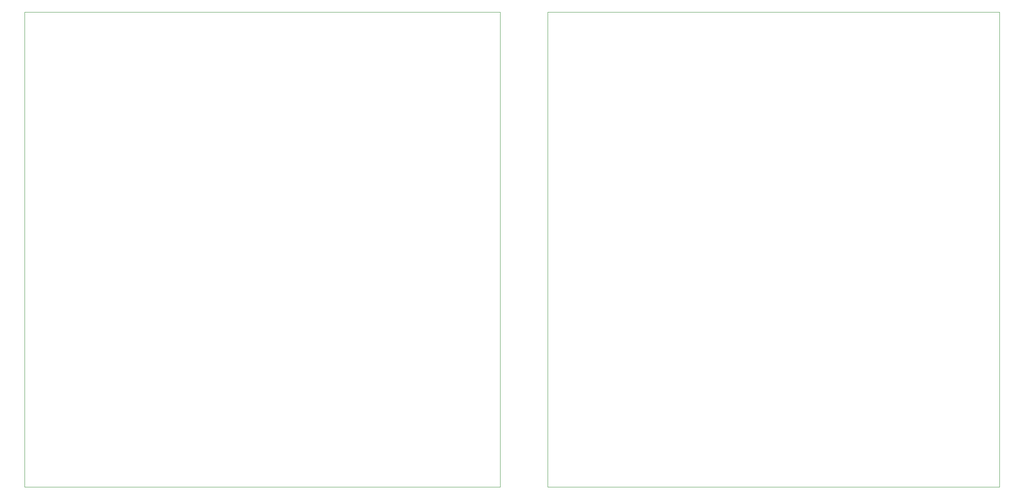
<source format=gbr>
%TF.GenerationSoftware,KiCad,Pcbnew,7.0.9*%
%TF.CreationDate,2023-12-08T00:16:34+01:00*%
%TF.ProjectId,SMPS_V1,534d5053-5f56-4312-9e6b-696361645f70,rev?*%
%TF.SameCoordinates,Original*%
%TF.FileFunction,Profile,NP*%
%FSLAX46Y46*%
G04 Gerber Fmt 4.6, Leading zero omitted, Abs format (unit mm)*
G04 Created by KiCad (PCBNEW 7.0.9) date 2023-12-08 00:16:34*
%MOMM*%
%LPD*%
G01*
G04 APERTURE LIST*
%TA.AperFunction,Profile*%
%ADD10C,0.100000*%
%TD*%
G04 APERTURE END LIST*
D10*
X275000000Y-35000000D02*
X275000000Y-135000000D01*
X180000000Y-135000000D02*
X180000000Y-35000000D01*
X170000000Y-35000000D02*
X70000000Y-35000000D01*
X170000000Y-35000000D02*
X170000000Y-135000000D01*
X275000000Y-135000000D02*
X180000000Y-135000000D01*
X70000000Y-35000000D02*
X70000000Y-135000000D01*
X70000000Y-135000000D02*
X170000000Y-135000000D01*
X180000000Y-35000000D02*
X275000000Y-35000000D01*
M02*

</source>
